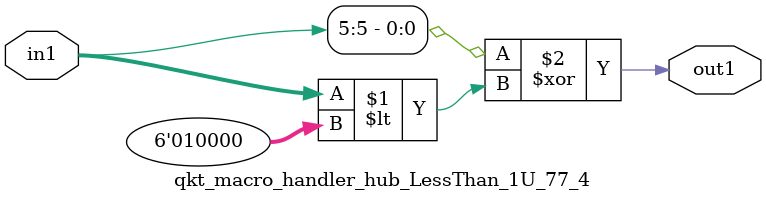
<source format=v>

`timescale 1ps / 1ps


module qkt_macro_handler_hub_LessThan_1U_77_4( in1, out1 );

    input [5:0] in1;
    output out1;

    
    // rtl_process:qkt_macro_handler_hub_LessThan_1U_77_4/qkt_macro_handler_hub_LessThan_1U_77_4_thread_1
    assign out1 = (in1[5] ^ in1 < 6'd16);

endmodule


</source>
